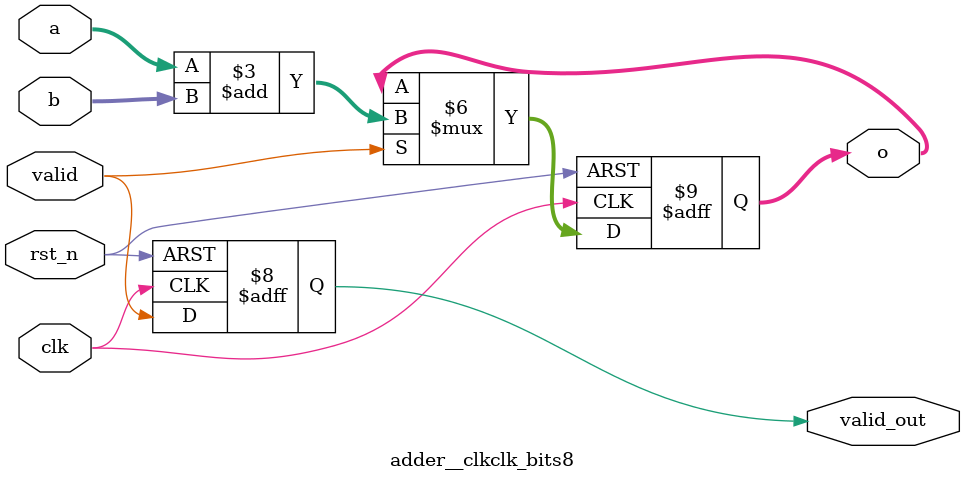
<source format=sv>
module adder__clkclk_bits8 (
    input logic clk,
    input logic rst_n,
    input logic valid,  //  default width is 1 bit
    input logic [7:0] a,
    input logic [7:0] b,
    output logic [7:0] o,
    output logic valid_out
);

    // adder module parameters:
    //  * clk = clk_arst() (p2v_clock) # None
    //  * bits = 8 (int) #  data width

    always_ff @(posedge clk or negedge rst_n)
        if (!rst_n) o <= 8'd0;
        else if (valid) o <= (a + b);

    always_ff @(posedge clk or negedge rst_n)
        if (!rst_n) valid_out <= 1'd0;
        else valid_out <= valid;


endmodule  // adder__clkclk_bits8

</source>
